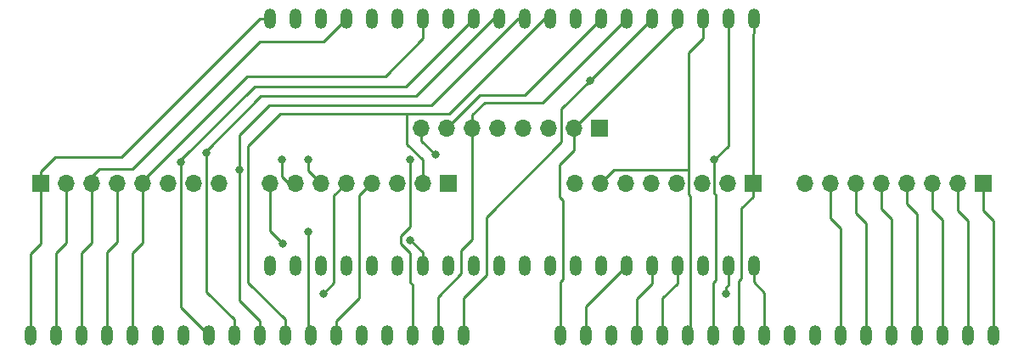
<source format=gtl>
G04 #@! TF.GenerationSoftware,KiCad,Pcbnew,(5.1.10-1-10_14)*
G04 #@! TF.CreationDate,2021-06-04T22:41:06-05:00*
G04 #@! TF.ProjectId,169-display-replacement-v2,3136392d-6469-4737-906c-61792d726570,rev?*
G04 #@! TF.SameCoordinates,Original*
G04 #@! TF.FileFunction,Copper,L1,Top*
G04 #@! TF.FilePolarity,Positive*
%FSLAX46Y46*%
G04 Gerber Fmt 4.6, Leading zero omitted, Abs format (unit mm)*
G04 Created by KiCad (PCBNEW (5.1.10-1-10_14)) date 2021-06-04 22:41:06*
%MOMM*%
%LPD*%
G01*
G04 APERTURE LIST*
G04 #@! TA.AperFunction,ComponentPad*
%ADD10O,1.200000X2.000000*%
G04 #@! TD*
G04 #@! TA.AperFunction,ComponentPad*
%ADD11R,1.700000X1.700000*%
G04 #@! TD*
G04 #@! TA.AperFunction,ComponentPad*
%ADD12O,1.700000X1.700000*%
G04 #@! TD*
G04 #@! TA.AperFunction,ViaPad*
%ADD13C,0.800000*%
G04 #@! TD*
G04 #@! TA.AperFunction,Conductor*
%ADD14C,0.250000*%
G04 #@! TD*
G04 APERTURE END LIST*
D10*
X115620000Y-90630000D03*
X115620000Y-115270000D03*
X118160000Y-90630000D03*
X118160000Y-115270000D03*
X120700000Y-90630000D03*
X120700000Y-115270000D03*
X123240000Y-90630000D03*
X123240000Y-115270000D03*
X125780000Y-90630000D03*
X125780000Y-115270000D03*
X128320000Y-90630000D03*
X128320000Y-115270000D03*
X130860000Y-90630000D03*
X130860000Y-115270000D03*
X133400000Y-90630000D03*
X133400000Y-115270000D03*
X135940000Y-90630000D03*
X135940000Y-115270000D03*
X138480000Y-90630000D03*
X138480000Y-115270000D03*
X141020000Y-90630000D03*
X141020000Y-115270000D03*
X143560000Y-90630000D03*
X143560000Y-115270000D03*
X146100000Y-90630000D03*
X146100000Y-115270000D03*
X148640000Y-90630000D03*
X148640000Y-115270000D03*
X151180000Y-90630000D03*
X151180000Y-115270000D03*
X153720000Y-90630000D03*
X153720000Y-115270000D03*
X156260000Y-90630000D03*
X156260000Y-115270000D03*
X158800000Y-90630000D03*
X158800000Y-115270000D03*
X161340000Y-90630000D03*
X161340000Y-115270000D03*
X163880000Y-90630000D03*
X163880000Y-115270000D03*
D11*
X186750000Y-107050000D03*
D12*
X184210000Y-107050000D03*
X181670000Y-107050000D03*
X179130000Y-107050000D03*
X176590000Y-107050000D03*
X174050000Y-107050000D03*
X171510000Y-107050000D03*
X168970000Y-107050000D03*
D11*
X163750000Y-107050000D03*
D12*
X161210000Y-107050000D03*
X158670000Y-107050000D03*
X156130000Y-107050000D03*
X153590000Y-107050000D03*
X151050000Y-107050000D03*
X148510000Y-107050000D03*
X145970000Y-107050000D03*
D11*
X148500000Y-101550000D03*
D12*
X145960000Y-101550000D03*
X143420000Y-101550000D03*
X140880000Y-101550000D03*
X138340000Y-101550000D03*
X135800000Y-101550000D03*
X133260000Y-101550000D03*
X130720000Y-101550000D03*
D11*
X133350000Y-107050000D03*
D12*
X130810000Y-107050000D03*
X128270000Y-107050000D03*
X125730000Y-107050000D03*
X123190000Y-107050000D03*
X120650000Y-107050000D03*
X118110000Y-107050000D03*
X115570000Y-107050000D03*
D11*
X92750000Y-107050000D03*
D12*
X95290000Y-107050000D03*
X97830000Y-107050000D03*
X100370000Y-107050000D03*
X102910000Y-107050000D03*
X105450000Y-107050000D03*
X107990000Y-107050000D03*
X110530000Y-107050000D03*
D10*
X91720000Y-122250000D03*
X94260000Y-122250000D03*
X96800000Y-122250000D03*
X99340000Y-122250000D03*
X101880000Y-122250000D03*
X104420000Y-122250000D03*
X106960000Y-122250000D03*
X109500000Y-122250000D03*
X112040000Y-122250000D03*
X114580000Y-122250000D03*
X117120000Y-122250000D03*
X119660000Y-122250000D03*
X122200000Y-122250000D03*
X124740000Y-122250000D03*
X127280000Y-122250000D03*
X129820000Y-122250000D03*
X132360000Y-122250000D03*
X134900000Y-122250000D03*
X144600000Y-122250000D03*
X147140000Y-122250000D03*
X149680000Y-122250000D03*
X152220000Y-122250000D03*
X154760000Y-122250000D03*
X157300000Y-122250000D03*
X159840000Y-122250000D03*
X162380000Y-122250000D03*
X164920000Y-122250000D03*
X167460000Y-122250000D03*
X170000000Y-122250000D03*
X172540000Y-122250000D03*
X175080000Y-122250000D03*
X177620000Y-122250000D03*
X180160000Y-122250000D03*
X182700000Y-122250000D03*
X185240000Y-122250000D03*
X187780000Y-122250000D03*
D13*
X129600000Y-112710000D03*
X116870000Y-113090000D03*
X120910000Y-118050000D03*
X116820000Y-104720000D03*
X106700008Y-104969992D03*
X119410000Y-104700000D03*
X109250000Y-104030000D03*
X112550000Y-105730000D03*
X119450000Y-111920000D03*
X132080000Y-104160000D03*
X129550000Y-104740000D03*
X147550000Y-96800000D03*
X159930000Y-104730000D03*
X161110000Y-118080000D03*
D14*
X91720000Y-114080000D02*
X92750000Y-113050000D01*
X91720000Y-122250000D02*
X91720000Y-114080000D01*
X92750000Y-113050000D02*
X92750000Y-107050000D01*
X100770000Y-104470000D02*
X114610000Y-90630000D01*
X114610000Y-90630000D02*
X115620000Y-90630000D01*
X92750000Y-105900000D02*
X94180000Y-104470000D01*
X94180000Y-104470000D02*
X100770000Y-104470000D01*
X92750000Y-107050000D02*
X92750000Y-105900000D01*
X94260000Y-114040000D02*
X94260000Y-122250000D01*
X95290000Y-113010000D02*
X94260000Y-114040000D01*
X95290000Y-113010000D02*
X95290000Y-107050000D01*
X96800000Y-114000000D02*
X96800000Y-122250000D01*
X97830000Y-112970000D02*
X96800000Y-114000000D01*
X97830000Y-107050000D02*
X97830000Y-112970000D01*
X120930000Y-92940000D02*
X123240000Y-90630000D01*
X98620000Y-105620000D02*
X101920000Y-105620000D01*
X114600000Y-92940000D02*
X120930000Y-92940000D01*
X101920000Y-105620000D02*
X114600000Y-92940000D01*
X97830000Y-106410000D02*
X98620000Y-105620000D01*
X97830000Y-107050000D02*
X97830000Y-106410000D01*
X99340000Y-113960000D02*
X99340000Y-122250000D01*
X100370000Y-112930000D02*
X99340000Y-113960000D01*
X100370000Y-112930000D02*
X100370000Y-107050000D01*
X101880000Y-113990000D02*
X101880000Y-122250000D01*
X102910000Y-112960000D02*
X101880000Y-113990000D01*
X102910000Y-107050000D02*
X102900000Y-107040000D01*
X102910000Y-107050000D02*
X102910000Y-112960000D01*
X130860000Y-92610000D02*
X130860000Y-90630000D01*
X127100000Y-96370000D02*
X130860000Y-92610000D01*
X113340000Y-96370000D02*
X127100000Y-96370000D01*
X102910000Y-106800000D02*
X113340000Y-96370000D01*
X102910000Y-107050000D02*
X102910000Y-106800000D01*
X130860000Y-113970000D02*
X129600000Y-112710000D01*
X130860000Y-115270000D02*
X130860000Y-113970000D01*
X115570000Y-111790000D02*
X115570000Y-107050000D01*
X116870000Y-113090000D02*
X115570000Y-111790000D01*
X121960000Y-108280000D02*
X123190000Y-107050000D01*
X121960000Y-117000000D02*
X121960000Y-108280000D01*
X120910000Y-118050000D02*
X121960000Y-117000000D01*
X117510000Y-107050000D02*
X118110000Y-107050000D01*
X116820000Y-106360000D02*
X117510000Y-107050000D01*
X116820000Y-104720000D02*
X116820000Y-106360000D01*
X129190000Y-97380000D02*
X135940000Y-90630000D01*
X114050000Y-97380000D02*
X129190000Y-97380000D01*
X106700008Y-104729992D02*
X114050000Y-97380000D01*
X106700008Y-104969992D02*
X106700008Y-104729992D01*
X106700008Y-119450008D02*
X109500000Y-122250000D01*
X106700008Y-104969992D02*
X106700008Y-119450008D01*
X119410000Y-105810000D02*
X120650000Y-107050000D01*
X119410000Y-104700000D02*
X119410000Y-105810000D01*
X109250000Y-103830000D02*
X114710000Y-98370000D01*
X130180000Y-98370000D02*
X137920000Y-90630000D01*
X137920000Y-90630000D02*
X138480000Y-90630000D01*
X109250000Y-104030000D02*
X109250000Y-103830000D01*
X112040000Y-120660000D02*
X112040000Y-122250000D01*
X109250000Y-117870000D02*
X112040000Y-120660000D01*
X109250000Y-104030000D02*
X109250000Y-117870000D01*
X114710000Y-98370000D02*
X130180000Y-98370000D01*
X112550000Y-118750000D02*
X114580000Y-120780000D01*
X114580000Y-120780000D02*
X114580000Y-122250000D01*
X112550000Y-105730000D02*
X112550000Y-118750000D01*
X140370000Y-90630000D02*
X141020000Y-90630000D01*
X131720000Y-99280000D02*
X140370000Y-90630000D01*
X115550000Y-99280000D02*
X131720000Y-99280000D01*
X112550000Y-102280000D02*
X115550000Y-99280000D01*
X112550000Y-105730000D02*
X112550000Y-102280000D01*
X130810000Y-104720000D02*
X130810000Y-107050000D01*
X129280000Y-103190000D02*
X130810000Y-104720000D01*
X129280000Y-100130000D02*
X129280000Y-103190000D01*
X117120000Y-120620000D02*
X117120000Y-122250000D01*
X113450000Y-116950000D02*
X117120000Y-120620000D01*
X116630000Y-100130000D02*
X113450000Y-103310000D01*
X113450000Y-103310000D02*
X113450000Y-116950000D01*
X142970000Y-90630000D02*
X133470000Y-100130000D01*
X133470000Y-100130000D02*
X116630000Y-100130000D01*
X143560000Y-90630000D02*
X142970000Y-90630000D01*
X119450000Y-122040000D02*
X119660000Y-122250000D01*
X119450000Y-111920000D02*
X119450000Y-122040000D01*
X125720000Y-107050000D02*
X125730000Y-107050000D01*
X124500000Y-108270000D02*
X125720000Y-107050000D01*
X122200000Y-120810000D02*
X124500000Y-118510000D01*
X124500000Y-118510000D02*
X124500000Y-108270000D01*
X122200000Y-122250000D02*
X122200000Y-120810000D01*
X130720000Y-101550000D02*
X130740000Y-101550000D01*
X130720000Y-102800000D02*
X132080000Y-104160000D01*
X130720000Y-101550000D02*
X130720000Y-102800000D01*
X133260000Y-101540000D02*
X133260000Y-101550000D01*
X140970000Y-98310000D02*
X136490000Y-98310000D01*
X136490000Y-98310000D02*
X133260000Y-101540000D01*
X148640000Y-90640000D02*
X140970000Y-98310000D01*
X148640000Y-90630000D02*
X148640000Y-90640000D01*
X129820000Y-117160000D02*
X129820000Y-122250000D01*
X129600000Y-116940000D02*
X129820000Y-117160000D01*
X129600000Y-114040000D02*
X129600000Y-116940000D01*
X128670000Y-113110000D02*
X129600000Y-114040000D01*
X128670000Y-112300000D02*
X128670000Y-113110000D01*
X129550000Y-111420000D02*
X128670000Y-112300000D01*
X129550000Y-104740000D02*
X129550000Y-111420000D01*
X135800000Y-112640000D02*
X135800000Y-101550000D01*
X134680000Y-113760000D02*
X135800000Y-112640000D01*
X132360000Y-118390000D02*
X134680000Y-116070000D01*
X134680000Y-116070000D02*
X134680000Y-113760000D01*
X132360000Y-122250000D02*
X132360000Y-118390000D01*
X150750000Y-91060000D02*
X151180000Y-90630000D01*
X142780000Y-99030000D02*
X150750000Y-91060000D01*
X137010000Y-99030000D02*
X142780000Y-99030000D01*
X135800000Y-100240000D02*
X137010000Y-99030000D01*
X135800000Y-101550000D02*
X135800000Y-100240000D01*
X153720000Y-90630000D02*
X152250000Y-92100000D01*
X137170000Y-110430000D02*
X144690000Y-102910000D01*
X144690000Y-99660000D02*
X147550000Y-96800000D01*
X137170000Y-116220000D02*
X137170000Y-110430000D01*
X144690000Y-102910000D02*
X144690000Y-99660000D01*
X134900000Y-118490000D02*
X137170000Y-116220000D01*
X134900000Y-122250000D02*
X134900000Y-118490000D01*
X144690000Y-102910000D02*
X144690000Y-102910000D01*
X147550000Y-96800000D02*
X153720000Y-90630000D01*
X156260000Y-91240000D02*
X156260000Y-90630000D01*
X145960000Y-101540000D02*
X156260000Y-91240000D01*
X145960000Y-101550000D02*
X145960000Y-101540000D01*
X144600000Y-116860000D02*
X144600000Y-122250000D01*
X144500000Y-105190000D02*
X144500000Y-108420000D01*
X144500000Y-108420000D02*
X144830000Y-108750000D01*
X144830000Y-116630000D02*
X144600000Y-116860000D01*
X145960000Y-103730000D02*
X144500000Y-105190000D01*
X144830000Y-108750000D02*
X144830000Y-116630000D01*
X145960000Y-101550000D02*
X145960000Y-103730000D01*
X147140000Y-119310000D02*
X147140000Y-122250000D01*
X151180000Y-115270000D02*
X147140000Y-119310000D01*
X152220000Y-118580000D02*
X152220000Y-122250000D01*
X153720000Y-117080000D02*
X152220000Y-118580000D01*
X153720000Y-115270000D02*
X153720000Y-117080000D01*
X156260000Y-117040000D02*
X154760000Y-118540000D01*
X154760000Y-118540000D02*
X154760000Y-122250000D01*
X156260000Y-115270000D02*
X156260000Y-117040000D01*
X157494999Y-122055001D02*
X157300000Y-122250000D01*
X157494999Y-108304999D02*
X157494999Y-122055001D01*
X157390000Y-108200000D02*
X157494999Y-108304999D01*
X157390000Y-105690000D02*
X157390000Y-108200000D01*
X149870000Y-105690000D02*
X148510000Y-107050000D01*
X157390000Y-105690000D02*
X149870000Y-105690000D01*
X158800000Y-92620000D02*
X158800000Y-90630000D01*
X157390000Y-94030000D02*
X158800000Y-92620000D01*
X157390000Y-105690000D02*
X157390000Y-94030000D01*
X161340000Y-103320000D02*
X161340000Y-90630000D01*
X159930000Y-104730000D02*
X159930000Y-104730000D01*
X159930000Y-104730000D02*
X161340000Y-103320000D01*
X159930000Y-108070000D02*
X159930000Y-104730000D01*
X159840000Y-116940000D02*
X160070000Y-116710000D01*
X160070000Y-108210000D02*
X159930000Y-108070000D01*
X160070000Y-116710000D02*
X160070000Y-108210000D01*
X159840000Y-122250000D02*
X159840000Y-116940000D01*
X163880000Y-92050000D02*
X163880000Y-90630000D01*
X163750000Y-92180000D02*
X163880000Y-92050000D01*
X163750000Y-107050000D02*
X163750000Y-92180000D01*
X163750000Y-108390000D02*
X163750000Y-107050000D01*
X162630000Y-116530000D02*
X162630000Y-109510000D01*
X162380000Y-116780000D02*
X162630000Y-116530000D01*
X162630000Y-109510000D02*
X163750000Y-108390000D01*
X162380000Y-122250000D02*
X162380000Y-116780000D01*
X163880000Y-116930000D02*
X164920000Y-117970000D01*
X164920000Y-117970000D02*
X164920000Y-122250000D01*
X163880000Y-115270000D02*
X163880000Y-116930000D01*
X161330000Y-117200000D02*
X161330000Y-115300000D01*
X161110000Y-117420000D02*
X161330000Y-117200000D01*
X161110000Y-118080000D02*
X161110000Y-117420000D01*
X171510000Y-107050000D02*
X171510000Y-110510000D01*
X172540000Y-111540000D02*
X172540000Y-122250000D01*
X171510000Y-110510000D02*
X172540000Y-111540000D01*
X174050000Y-107050000D02*
X174050000Y-110050000D01*
X175080000Y-111080000D02*
X175080000Y-122250000D01*
X174050000Y-110050000D02*
X175080000Y-111080000D01*
X176590000Y-107050000D02*
X176590000Y-109590000D01*
X177620000Y-110620000D02*
X177620000Y-122250000D01*
X176590000Y-109590000D02*
X177620000Y-110620000D01*
X179130000Y-107050000D02*
X179130000Y-109130000D01*
X180160000Y-110160000D02*
X180160000Y-122250000D01*
X179130000Y-109130000D02*
X180160000Y-110160000D01*
X181670000Y-107050000D02*
X181670000Y-109670000D01*
X182700000Y-110700000D02*
X182700000Y-122250000D01*
X181670000Y-109670000D02*
X182700000Y-110700000D01*
X184210000Y-107050000D02*
X184210000Y-109790000D01*
X185240000Y-110820000D02*
X185240000Y-122250000D01*
X184210000Y-109790000D02*
X185240000Y-110820000D01*
X186750000Y-107050000D02*
X186750000Y-109750000D01*
X187780000Y-110780000D02*
X187780000Y-122250000D01*
X186750000Y-109750000D02*
X187780000Y-110780000D01*
M02*

</source>
